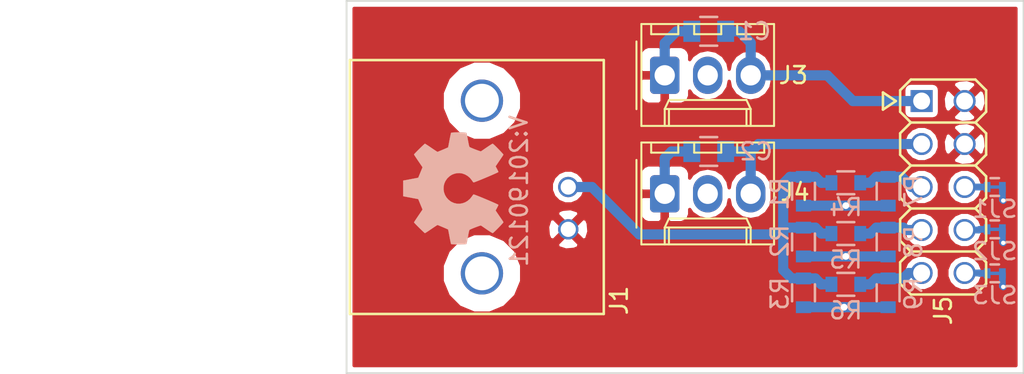
<source format=kicad_pcb>
(kicad_pcb (version 20171130) (host pcbnew 5.0.2-bee76a0~70~ubuntu18.04.1)

  (general
    (thickness 1.6)
    (drawings 4)
    (tracks 80)
    (zones 0)
    (modules 20)
    (nets 11)
  )

  (page A4)
  (layers
    (0 F.Cu signal)
    (31 B.Cu signal)
    (32 B.Adhes user)
    (33 F.Adhes user)
    (34 B.Paste user)
    (35 F.Paste user)
    (36 B.SilkS user)
    (37 F.SilkS user)
    (38 B.Mask user)
    (39 F.Mask user)
    (40 Dwgs.User user)
    (41 Cmts.User user)
    (42 Eco1.User user)
    (43 Eco2.User user)
    (44 Edge.Cuts user)
    (45 Margin user)
    (46 B.CrtYd user)
    (47 F.CrtYd user)
    (48 B.Fab user)
    (49 F.Fab user)
  )

  (setup
    (last_trace_width 0.1524)
    (user_trace_width 0.1524)
    (user_trace_width 0.2)
    (user_trace_width 0.3)
    (user_trace_width 0.4)
    (user_trace_width 0.6)
    (user_trace_width 1)
    (user_trace_width 1.5)
    (user_trace_width 2)
    (trace_clearance 0.1524)
    (zone_clearance 0.3)
    (zone_45_only no)
    (trace_min 0.1524)
    (segment_width 0.2)
    (edge_width 0.1)
    (via_size 0.381)
    (via_drill 0.254)
    (via_min_size 0.381)
    (via_min_drill 0.254)
    (user_via 0.4 0.254)
    (user_via 0.6 0.4)
    (user_via 0.8 0.6)
    (user_via 1 0.8)
    (user_via 1.3 1)
    (user_via 1.5 1.2)
    (user_via 1.7 1.4)
    (user_via 1.9 1.6)
    (uvia_size 0.381)
    (uvia_drill 0.254)
    (uvias_allowed no)
    (uvia_min_size 0.381)
    (uvia_min_drill 0.254)
    (pcb_text_width 0.3)
    (pcb_text_size 1.5 1.5)
    (mod_edge_width 0.15)
    (mod_text_size 1 1)
    (mod_text_width 0.15)
    (pad_size 2.5 2.5)
    (pad_drill 2)
    (pad_to_mask_clearance 0.1)
    (solder_mask_min_width 0.1)
    (aux_axis_origin 0 0)
    (visible_elements FFFFFF7F)
    (pcbplotparams
      (layerselection 0x010fc_ffffffff)
      (usegerberextensions true)
      (usegerberattributes false)
      (usegerberadvancedattributes false)
      (creategerberjobfile false)
      (excludeedgelayer true)
      (linewidth 0.100000)
      (plotframeref false)
      (viasonmask false)
      (mode 1)
      (useauxorigin false)
      (hpglpennumber 1)
      (hpglpenspeed 20)
      (hpglpendiameter 15.000000)
      (psnegative false)
      (psa4output false)
      (plotreference true)
      (plotvalue true)
      (plotinvisibletext false)
      (padsonsilk false)
      (subtractmaskfromsilk false)
      (outputformat 1)
      (mirror false)
      (drillshape 0)
      (scaleselection 1)
      (outputdirectory "OSH_Park_2_layer_plots"))
  )

  (net 0 "")
  (net 1 GND)
  (net 2 /POWER_0)
  (net 3 /POWER_1)
  (net 4 /SIGNAL_0)
  (net 5 /SIGNAL_1)
  (net 6 /SIGNAL_2)
  (net 7 /SIGNAL)
  (net 8 "Net-(J5-Pad6)")
  (net 9 "Net-(J5-Pad8)")
  (net 10 "Net-(J5-Pad10)")

  (net_class Default "This is the default net class."
    (clearance 0.1524)
    (trace_width 0.1524)
    (via_dia 0.381)
    (via_drill 0.254)
    (uvia_dia 0.381)
    (uvia_drill 0.254)
    (add_net /POWER_0)
    (add_net /POWER_1)
    (add_net /SIGNAL)
    (add_net /SIGNAL_0)
    (add_net /SIGNAL_1)
    (add_net /SIGNAL_2)
    (add_net GND)
    (add_net "Net-(J5-Pad10)")
    (add_net "Net-(J5-Pad6)")
    (add_net "Net-(J5-Pad8)")
  )

  (module Symbols:OSHW-Symbol_6.7x6mm_SilkScreen (layer B.Cu) (tedit 0) (tstamp 5A135134)
    (at 106.322036 111.073376 270)
    (descr "Open Source Hardware Symbol")
    (tags "Logo Symbol OSHW")
    (path /5A135869)
    (attr virtual)
    (fp_text reference N1 (at 0 0 270) (layer B.SilkS) hide
      (effects (font (size 1 1) (thickness 0.15)) (justify mirror))
    )
    (fp_text value OHWLOGO (at 0.75 0 270) (layer B.Fab) hide
      (effects (font (size 1 1) (thickness 0.15)) (justify mirror))
    )
    (fp_poly (pts (xy 0.555814 2.531069) (xy 0.639635 2.086445) (xy 0.94892 1.958947) (xy 1.258206 1.831449)
      (xy 1.629246 2.083754) (xy 1.733157 2.154004) (xy 1.827087 2.216728) (xy 1.906652 2.269062)
      (xy 1.96747 2.308143) (xy 2.005157 2.331107) (xy 2.015421 2.336058) (xy 2.03391 2.323324)
      (xy 2.07342 2.288118) (xy 2.129522 2.234938) (xy 2.197787 2.168282) (xy 2.273786 2.092646)
      (xy 2.353092 2.012528) (xy 2.431275 1.932426) (xy 2.503907 1.856836) (xy 2.566559 1.790255)
      (xy 2.614803 1.737182) (xy 2.64421 1.702113) (xy 2.651241 1.690377) (xy 2.641123 1.66874)
      (xy 2.612759 1.621338) (xy 2.569129 1.552807) (xy 2.513218 1.467785) (xy 2.448006 1.370907)
      (xy 2.410219 1.31565) (xy 2.341343 1.214752) (xy 2.28014 1.123701) (xy 2.229578 1.04703)
      (xy 2.192628 0.989272) (xy 2.172258 0.954957) (xy 2.169197 0.947746) (xy 2.176136 0.927252)
      (xy 2.195051 0.879487) (xy 2.223087 0.811168) (xy 2.257391 0.729011) (xy 2.295109 0.63973)
      (xy 2.333387 0.550042) (xy 2.36937 0.466662) (xy 2.400206 0.396306) (xy 2.423039 0.34569)
      (xy 2.435017 0.321529) (xy 2.435724 0.320578) (xy 2.454531 0.315964) (xy 2.504618 0.305672)
      (xy 2.580793 0.290713) (xy 2.677865 0.272099) (xy 2.790643 0.250841) (xy 2.856442 0.238582)
      (xy 2.97695 0.215638) (xy 3.085797 0.193805) (xy 3.177476 0.174278) (xy 3.246481 0.158252)
      (xy 3.287304 0.146921) (xy 3.295511 0.143326) (xy 3.303548 0.118994) (xy 3.310033 0.064041)
      (xy 3.31497 -0.015108) (xy 3.318364 -0.112026) (xy 3.320218 -0.220287) (xy 3.320538 -0.333465)
      (xy 3.319327 -0.445135) (xy 3.31659 -0.548868) (xy 3.312331 -0.638241) (xy 3.306555 -0.706826)
      (xy 3.299267 -0.748197) (xy 3.294895 -0.75681) (xy 3.268764 -0.767133) (xy 3.213393 -0.781892)
      (xy 3.136107 -0.799352) (xy 3.04423 -0.81778) (xy 3.012158 -0.823741) (xy 2.857524 -0.852066)
      (xy 2.735375 -0.874876) (xy 2.641673 -0.89308) (xy 2.572384 -0.907583) (xy 2.523471 -0.919292)
      (xy 2.490897 -0.929115) (xy 2.470628 -0.937956) (xy 2.458626 -0.946724) (xy 2.456947 -0.948457)
      (xy 2.440184 -0.976371) (xy 2.414614 -1.030695) (xy 2.382788 -1.104777) (xy 2.34726 -1.191965)
      (xy 2.310583 -1.285608) (xy 2.275311 -1.379052) (xy 2.243996 -1.465647) (xy 2.219193 -1.53874)
      (xy 2.203454 -1.591678) (xy 2.199332 -1.617811) (xy 2.199676 -1.618726) (xy 2.213641 -1.640086)
      (xy 2.245322 -1.687084) (xy 2.291391 -1.754827) (xy 2.348518 -1.838423) (xy 2.413373 -1.932982)
      (xy 2.431843 -1.959854) (xy 2.497699 -2.057275) (xy 2.55565 -2.146163) (xy 2.602538 -2.221412)
      (xy 2.635207 -2.27792) (xy 2.6505 -2.310581) (xy 2.651241 -2.314593) (xy 2.638392 -2.335684)
      (xy 2.602888 -2.377464) (xy 2.549293 -2.435445) (xy 2.482171 -2.505135) (xy 2.406087 -2.582045)
      (xy 2.325604 -2.661683) (xy 2.245287 -2.739561) (xy 2.169699 -2.811186) (xy 2.103405 -2.87207)
      (xy 2.050969 -2.917721) (xy 2.016955 -2.94365) (xy 2.007545 -2.947883) (xy 1.985643 -2.937912)
      (xy 1.9408 -2.91102) (xy 1.880321 -2.871736) (xy 1.833789 -2.840117) (xy 1.749475 -2.782098)
      (xy 1.649626 -2.713784) (xy 1.549473 -2.645579) (xy 1.495627 -2.609075) (xy 1.313371 -2.4858)
      (xy 1.160381 -2.56852) (xy 1.090682 -2.604759) (xy 1.031414 -2.632926) (xy 0.991311 -2.648991)
      (xy 0.981103 -2.651226) (xy 0.968829 -2.634722) (xy 0.944613 -2.588082) (xy 0.910263 -2.515609)
      (xy 0.867588 -2.421606) (xy 0.818394 -2.310374) (xy 0.76449 -2.186215) (xy 0.707684 -2.053432)
      (xy 0.649782 -1.916327) (xy 0.592593 -1.779202) (xy 0.537924 -1.646358) (xy 0.487584 -1.522098)
      (xy 0.44338 -1.410725) (xy 0.407119 -1.316539) (xy 0.380609 -1.243844) (xy 0.365658 -1.196941)
      (xy 0.363254 -1.180833) (xy 0.382311 -1.160286) (xy 0.424036 -1.126933) (xy 0.479706 -1.087702)
      (xy 0.484378 -1.084599) (xy 0.628264 -0.969423) (xy 0.744283 -0.835053) (xy 0.83143 -0.685784)
      (xy 0.888699 -0.525913) (xy 0.915086 -0.359737) (xy 0.909585 -0.191552) (xy 0.87119 -0.025655)
      (xy 0.798895 0.133658) (xy 0.777626 0.168513) (xy 0.666996 0.309263) (xy 0.536302 0.422286)
      (xy 0.390064 0.506997) (xy 0.232808 0.562806) (xy 0.069057 0.589126) (xy -0.096667 0.58537)
      (xy -0.259838 0.55095) (xy -0.415935 0.485277) (xy -0.560433 0.387765) (xy -0.605131 0.348187)
      (xy -0.718888 0.224297) (xy -0.801782 0.093876) (xy -0.858644 -0.052315) (xy -0.890313 -0.197088)
      (xy -0.898131 -0.35986) (xy -0.872062 -0.52344) (xy -0.814755 -0.682298) (xy -0.728856 -0.830906)
      (xy -0.617014 -0.963735) (xy -0.481877 -1.075256) (xy -0.464117 -1.087011) (xy -0.40785 -1.125508)
      (xy -0.365077 -1.158863) (xy -0.344628 -1.18016) (xy -0.344331 -1.180833) (xy -0.348721 -1.203871)
      (xy -0.366124 -1.256157) (xy -0.394732 -1.33339) (xy -0.432735 -1.431268) (xy -0.478326 -1.545491)
      (xy -0.529697 -1.671758) (xy -0.585038 -1.805767) (xy -0.642542 -1.943218) (xy -0.700399 -2.079808)
      (xy -0.756802 -2.211237) (xy -0.809942 -2.333205) (xy -0.85801 -2.441409) (xy -0.899199 -2.531549)
      (xy -0.931699 -2.599323) (xy -0.953703 -2.64043) (xy -0.962564 -2.651226) (xy -0.98964 -2.642819)
      (xy -1.040303 -2.620272) (xy -1.105817 -2.587613) (xy -1.141841 -2.56852) (xy -1.294832 -2.4858)
      (xy -1.477088 -2.609075) (xy -1.570125 -2.672228) (xy -1.671985 -2.741727) (xy -1.767438 -2.807165)
      (xy -1.81525 -2.840117) (xy -1.882495 -2.885273) (xy -1.939436 -2.921057) (xy -1.978646 -2.942938)
      (xy -1.991381 -2.947563) (xy -2.009917 -2.935085) (xy -2.050941 -2.900252) (xy -2.110475 -2.846678)
      (xy -2.184542 -2.777983) (xy -2.269165 -2.697781) (xy -2.322685 -2.646286) (xy -2.416319 -2.554286)
      (xy -2.497241 -2.471999) (xy -2.562177 -2.402945) (xy -2.607858 -2.350644) (xy -2.631011 -2.318616)
      (xy -2.633232 -2.312116) (xy -2.622924 -2.287394) (xy -2.594439 -2.237405) (xy -2.550937 -2.167212)
      (xy -2.495577 -2.081875) (xy -2.43152 -1.986456) (xy -2.413303 -1.959854) (xy -2.346927 -1.863167)
      (xy -2.287378 -1.776117) (xy -2.237984 -1.703595) (xy -2.202075 -1.650493) (xy -2.182981 -1.621703)
      (xy -2.181136 -1.618726) (xy -2.183895 -1.595782) (xy -2.198538 -1.545336) (xy -2.222513 -1.474041)
      (xy -2.253266 -1.388547) (xy -2.288244 -1.295507) (xy -2.324893 -1.201574) (xy -2.360661 -1.113399)
      (xy -2.392994 -1.037634) (xy -2.419338 -0.980931) (xy -2.437142 -0.949943) (xy -2.438407 -0.948457)
      (xy -2.449294 -0.939601) (xy -2.467682 -0.930843) (xy -2.497606 -0.921277) (xy -2.543103 -0.909996)
      (xy -2.608209 -0.896093) (xy -2.696961 -0.878663) (xy -2.813393 -0.856798) (xy -2.961542 -0.829591)
      (xy -2.993618 -0.823741) (xy -3.088686 -0.805374) (xy -3.171565 -0.787405) (xy -3.23493 -0.771569)
      (xy -3.271458 -0.7596) (xy -3.276356 -0.75681) (xy -3.284427 -0.732072) (xy -3.290987 -0.67679)
      (xy -3.296033 -0.597389) (xy -3.299559 -0.500296) (xy -3.301561 -0.391938) (xy -3.302036 -0.27874)
      (xy -3.300977 -0.167128) (xy -3.298382 -0.063529) (xy -3.294246 0.025632) (xy -3.288563 0.093928)
      (xy -3.281331 0.134934) (xy -3.276971 0.143326) (xy -3.252698 0.151792) (xy -3.197426 0.165565)
      (xy -3.116662 0.18345) (xy -3.015912 0.204252) (xy -2.900683 0.226777) (xy -2.837902 0.238582)
      (xy -2.718787 0.260849) (xy -2.612565 0.281021) (xy -2.524427 0.298085) (xy -2.459566 0.311031)
      (xy -2.423174 0.318845) (xy -2.417184 0.320578) (xy -2.407061 0.34011) (xy -2.385662 0.387157)
      (xy -2.355839 0.454997) (xy -2.320445 0.536909) (xy -2.282332 0.626172) (xy -2.244353 0.716065)
      (xy -2.20936 0.799865) (xy -2.180206 0.870853) (xy -2.159743 0.922306) (xy -2.150823 0.947503)
      (xy -2.150657 0.948604) (xy -2.160769 0.968481) (xy -2.189117 1.014223) (xy -2.232723 1.081283)
      (xy -2.288606 1.165116) (xy -2.353787 1.261174) (xy -2.391679 1.31635) (xy -2.460725 1.417519)
      (xy -2.52205 1.50937) (xy -2.572663 1.587256) (xy -2.609571 1.646531) (xy -2.629782 1.682549)
      (xy -2.632701 1.690623) (xy -2.620153 1.709416) (xy -2.585463 1.749543) (xy -2.533063 1.806507)
      (xy -2.467384 1.875815) (xy -2.392856 1.952969) (xy -2.313913 2.033475) (xy -2.234983 2.112837)
      (xy -2.1605 2.18656) (xy -2.094894 2.250148) (xy -2.042596 2.299106) (xy -2.008039 2.328939)
      (xy -1.996478 2.336058) (xy -1.977654 2.326047) (xy -1.932631 2.297922) (xy -1.865787 2.254546)
      (xy -1.781499 2.198782) (xy -1.684144 2.133494) (xy -1.610707 2.083754) (xy -1.239667 1.831449)
      (xy -0.621095 2.086445) (xy -0.537275 2.531069) (xy -0.453454 2.975693) (xy 0.471994 2.975693)
      (xy 0.555814 2.531069)) (layer B.SilkS) (width 0.01))
  )

  (module SquantorLabels:Label_version (layer F.Cu) (tedit 5B5A1E49) (tstamp 5B96DD88)
    (at 110.1 112.3 270)
    (path /5A1357A5)
    (fp_text reference N2 (at 0 1.4 270) (layer F.Fab) hide
      (effects (font (size 1 1) (thickness 0.15)))
    )
    (fp_text value 20190121 (at -0.4 -0.1 270) (layer B.SilkS)
      (effects (font (size 1 1) (thickness 0.15)) (justify mirror))
    )
    (fp_text user V: (at -4.873376 -0.077964 270) (layer B.SilkS)
      (effects (font (size 1 1) (thickness 0.15)) (justify mirror))
    )
  )

  (module SquantorRcl:C_0805 (layer B.Cu) (tedit 5415D6EA) (tstamp 5C27A1E0)
    (at 121.4 101.8 180)
    (descr "Capacitor SMD 0805, reflow soldering, AVX (see smccp.pdf)")
    (tags "capacitor 0805")
    (path /5C14F5BC)
    (attr smd)
    (fp_text reference C1 (at -2.7 0 180) (layer B.SilkS)
      (effects (font (size 1 1) (thickness 0.15)) (justify mirror))
    )
    (fp_text value C (at 0 -2.1 180) (layer B.Fab)
      (effects (font (size 1 1) (thickness 0.15)) (justify mirror))
    )
    (fp_line (start -0.5 -0.85) (end 0.5 -0.85) (layer B.SilkS) (width 0.15))
    (fp_line (start 0.5 0.85) (end -0.5 0.85) (layer B.SilkS) (width 0.15))
    (fp_line (start 1.8 1) (end 1.8 -1) (layer B.CrtYd) (width 0.05))
    (fp_line (start -1.8 1) (end -1.8 -1) (layer B.CrtYd) (width 0.05))
    (fp_line (start -1.8 -1) (end 1.8 -1) (layer B.CrtYd) (width 0.05))
    (fp_line (start -1.8 1) (end 1.8 1) (layer B.CrtYd) (width 0.05))
    (fp_line (start -1 0.625) (end 1 0.625) (layer B.Fab) (width 0.15))
    (fp_line (start 1 0.625) (end 1 -0.625) (layer B.Fab) (width 0.15))
    (fp_line (start 1 -0.625) (end -1 -0.625) (layer B.Fab) (width 0.15))
    (fp_line (start -1 -0.625) (end -1 0.625) (layer B.Fab) (width 0.15))
    (pad 2 smd rect (at 1 0 180) (size 1 1.25) (layers B.Cu B.Paste B.Mask)
      (net 1 GND))
    (pad 1 smd rect (at -1 0 180) (size 1 1.25) (layers B.Cu B.Paste B.Mask)
      (net 2 /POWER_0))
    (model Capacitors_SMD.3dshapes/C_0805.wrl
      (at (xyz 0 0 0))
      (scale (xyz 1 1 1))
      (rotate (xyz 0 0 0))
    )
  )

  (module SquantorRcl:C_0805 (layer B.Cu) (tedit 5415D6EA) (tstamp 5C27A1F0)
    (at 121.4 108.9 180)
    (descr "Capacitor SMD 0805, reflow soldering, AVX (see smccp.pdf)")
    (tags "capacitor 0805")
    (path /5C14F6B5)
    (attr smd)
    (fp_text reference C2 (at -2.8 0 180) (layer B.SilkS)
      (effects (font (size 1 1) (thickness 0.15)) (justify mirror))
    )
    (fp_text value C (at 0 -2.1 180) (layer B.Fab)
      (effects (font (size 1 1) (thickness 0.15)) (justify mirror))
    )
    (fp_line (start -1 -0.625) (end -1 0.625) (layer B.Fab) (width 0.15))
    (fp_line (start 1 -0.625) (end -1 -0.625) (layer B.Fab) (width 0.15))
    (fp_line (start 1 0.625) (end 1 -0.625) (layer B.Fab) (width 0.15))
    (fp_line (start -1 0.625) (end 1 0.625) (layer B.Fab) (width 0.15))
    (fp_line (start -1.8 1) (end 1.8 1) (layer B.CrtYd) (width 0.05))
    (fp_line (start -1.8 -1) (end 1.8 -1) (layer B.CrtYd) (width 0.05))
    (fp_line (start -1.8 1) (end -1.8 -1) (layer B.CrtYd) (width 0.05))
    (fp_line (start 1.8 1) (end 1.8 -1) (layer B.CrtYd) (width 0.05))
    (fp_line (start 0.5 0.85) (end -0.5 0.85) (layer B.SilkS) (width 0.15))
    (fp_line (start -0.5 -0.85) (end 0.5 -0.85) (layer B.SilkS) (width 0.15))
    (pad 1 smd rect (at -1 0 180) (size 1 1.25) (layers B.Cu B.Paste B.Mask)
      (net 3 /POWER_1))
    (pad 2 smd rect (at 1 0 180) (size 1 1.25) (layers B.Cu B.Paste B.Mask)
      (net 1 GND))
    (model Capacitors_SMD.3dshapes/C_0805.wrl
      (at (xyz 0 0 0))
      (scale (xyz 1 1 1))
      (rotate (xyz 0 0 0))
    )
  )

  (module Connector_Molex:Molex_KK-254_AE-6410-03A_1x03_P2.54mm_Vertical (layer F.Cu) (tedit 5B78013E) (tstamp 5C27A218)
    (at 118.8 104.4)
    (descr "Molex KK-254 Interconnect System, old/engineering part number: AE-6410-03A example for new part number: 22-27-2031, 3 Pins (http://www.molex.com/pdm_docs/sd/022272021_sd.pdf), generated with kicad-footprint-generator")
    (tags "connector Molex KK-254 side entry")
    (path /5C14DEA6)
    (fp_text reference J3 (at 7.6 0) (layer F.SilkS)
      (effects (font (size 1 1) (thickness 0.15)))
    )
    (fp_text value Conn_01x03 (at 2.5 2.2) (layer F.Fab)
      (effects (font (size 1 1) (thickness 0.15)))
    )
    (fp_text user %R (at 2.54 -2.22) (layer F.Fab)
      (effects (font (size 1 1) (thickness 0.15)))
    )
    (fp_line (start 6.85 -3.42) (end -1.77 -3.42) (layer F.CrtYd) (width 0.05))
    (fp_line (start 6.85 3.38) (end 6.85 -3.42) (layer F.CrtYd) (width 0.05))
    (fp_line (start -1.77 3.38) (end 6.85 3.38) (layer F.CrtYd) (width 0.05))
    (fp_line (start -1.77 -3.42) (end -1.77 3.38) (layer F.CrtYd) (width 0.05))
    (fp_line (start 5.88 -2.43) (end 5.88 -3.03) (layer F.SilkS) (width 0.12))
    (fp_line (start 4.28 -2.43) (end 5.88 -2.43) (layer F.SilkS) (width 0.12))
    (fp_line (start 4.28 -3.03) (end 4.28 -2.43) (layer F.SilkS) (width 0.12))
    (fp_line (start 3.34 -2.43) (end 3.34 -3.03) (layer F.SilkS) (width 0.12))
    (fp_line (start 1.74 -2.43) (end 3.34 -2.43) (layer F.SilkS) (width 0.12))
    (fp_line (start 1.74 -3.03) (end 1.74 -2.43) (layer F.SilkS) (width 0.12))
    (fp_line (start 0.8 -2.43) (end 0.8 -3.03) (layer F.SilkS) (width 0.12))
    (fp_line (start -0.8 -2.43) (end 0.8 -2.43) (layer F.SilkS) (width 0.12))
    (fp_line (start -0.8 -3.03) (end -0.8 -2.43) (layer F.SilkS) (width 0.12))
    (fp_line (start 4.83 2.99) (end 4.83 1.99) (layer F.SilkS) (width 0.12))
    (fp_line (start 0.25 2.99) (end 0.25 1.99) (layer F.SilkS) (width 0.12))
    (fp_line (start 4.83 1.46) (end 5.08 1.99) (layer F.SilkS) (width 0.12))
    (fp_line (start 0.25 1.46) (end 4.83 1.46) (layer F.SilkS) (width 0.12))
    (fp_line (start 0 1.99) (end 0.25 1.46) (layer F.SilkS) (width 0.12))
    (fp_line (start 5.08 1.99) (end 5.08 2.99) (layer F.SilkS) (width 0.12))
    (fp_line (start 0 1.99) (end 5.08 1.99) (layer F.SilkS) (width 0.12))
    (fp_line (start 0 2.99) (end 0 1.99) (layer F.SilkS) (width 0.12))
    (fp_line (start -0.562893 0) (end -1.27 0.5) (layer F.Fab) (width 0.1))
    (fp_line (start -1.27 -0.5) (end -0.562893 0) (layer F.Fab) (width 0.1))
    (fp_line (start -1.67 -2) (end -1.67 2) (layer F.SilkS) (width 0.12))
    (fp_line (start 6.46 -3.03) (end -1.38 -3.03) (layer F.SilkS) (width 0.12))
    (fp_line (start 6.46 2.99) (end 6.46 -3.03) (layer F.SilkS) (width 0.12))
    (fp_line (start -1.38 2.99) (end 6.46 2.99) (layer F.SilkS) (width 0.12))
    (fp_line (start -1.38 -3.03) (end -1.38 2.99) (layer F.SilkS) (width 0.12))
    (fp_line (start 6.35 -2.92) (end -1.27 -2.92) (layer F.Fab) (width 0.1))
    (fp_line (start 6.35 2.88) (end 6.35 -2.92) (layer F.Fab) (width 0.1))
    (fp_line (start -1.27 2.88) (end 6.35 2.88) (layer F.Fab) (width 0.1))
    (fp_line (start -1.27 -2.92) (end -1.27 2.88) (layer F.Fab) (width 0.1))
    (pad 3 thru_hole oval (at 5.08 0) (size 1.74 2.2) (drill 1.2) (layers *.Cu *.Mask)
      (net 2 /POWER_0))
    (pad 2 thru_hole oval (at 2.54 0) (size 1.74 2.2) (drill 1.2) (layers *.Cu *.Mask))
    (pad 1 thru_hole roundrect (at 0 0) (size 1.74 2.2) (drill 1.2) (layers *.Cu *.Mask) (roundrect_rratio 0.143678)
      (net 1 GND))
    (model ${KISYS3DMOD}/Connector_Molex.3dshapes/Molex_KK-254_AE-6410-03A_1x03_P2.54mm_Vertical.wrl
      (at (xyz 0 0 0))
      (scale (xyz 1 1 1))
      (rotate (xyz 0 0 0))
    )
  )

  (module Connector_Molex:Molex_KK-254_AE-6410-03A_1x03_P2.54mm_Vertical (layer F.Cu) (tedit 5B78013E) (tstamp 5C27A240)
    (at 118.8 111.4)
    (descr "Molex KK-254 Interconnect System, old/engineering part number: AE-6410-03A example for new part number: 22-27-2031, 3 Pins (http://www.molex.com/pdm_docs/sd/022272021_sd.pdf), generated with kicad-footprint-generator")
    (tags "connector Molex KK-254 side entry")
    (path /5C14DF05)
    (fp_text reference J4 (at 7.7 -0.1) (layer F.SilkS)
      (effects (font (size 1 1) (thickness 0.15)))
    )
    (fp_text value Conn_01x03 (at 2.5 2.1) (layer F.Fab)
      (effects (font (size 1 1) (thickness 0.15)))
    )
    (fp_line (start -1.27 -2.92) (end -1.27 2.88) (layer F.Fab) (width 0.1))
    (fp_line (start -1.27 2.88) (end 6.35 2.88) (layer F.Fab) (width 0.1))
    (fp_line (start 6.35 2.88) (end 6.35 -2.92) (layer F.Fab) (width 0.1))
    (fp_line (start 6.35 -2.92) (end -1.27 -2.92) (layer F.Fab) (width 0.1))
    (fp_line (start -1.38 -3.03) (end -1.38 2.99) (layer F.SilkS) (width 0.12))
    (fp_line (start -1.38 2.99) (end 6.46 2.99) (layer F.SilkS) (width 0.12))
    (fp_line (start 6.46 2.99) (end 6.46 -3.03) (layer F.SilkS) (width 0.12))
    (fp_line (start 6.46 -3.03) (end -1.38 -3.03) (layer F.SilkS) (width 0.12))
    (fp_line (start -1.67 -2) (end -1.67 2) (layer F.SilkS) (width 0.12))
    (fp_line (start -1.27 -0.5) (end -0.562893 0) (layer F.Fab) (width 0.1))
    (fp_line (start -0.562893 0) (end -1.27 0.5) (layer F.Fab) (width 0.1))
    (fp_line (start 0 2.99) (end 0 1.99) (layer F.SilkS) (width 0.12))
    (fp_line (start 0 1.99) (end 5.08 1.99) (layer F.SilkS) (width 0.12))
    (fp_line (start 5.08 1.99) (end 5.08 2.99) (layer F.SilkS) (width 0.12))
    (fp_line (start 0 1.99) (end 0.25 1.46) (layer F.SilkS) (width 0.12))
    (fp_line (start 0.25 1.46) (end 4.83 1.46) (layer F.SilkS) (width 0.12))
    (fp_line (start 4.83 1.46) (end 5.08 1.99) (layer F.SilkS) (width 0.12))
    (fp_line (start 0.25 2.99) (end 0.25 1.99) (layer F.SilkS) (width 0.12))
    (fp_line (start 4.83 2.99) (end 4.83 1.99) (layer F.SilkS) (width 0.12))
    (fp_line (start -0.8 -3.03) (end -0.8 -2.43) (layer F.SilkS) (width 0.12))
    (fp_line (start -0.8 -2.43) (end 0.8 -2.43) (layer F.SilkS) (width 0.12))
    (fp_line (start 0.8 -2.43) (end 0.8 -3.03) (layer F.SilkS) (width 0.12))
    (fp_line (start 1.74 -3.03) (end 1.74 -2.43) (layer F.SilkS) (width 0.12))
    (fp_line (start 1.74 -2.43) (end 3.34 -2.43) (layer F.SilkS) (width 0.12))
    (fp_line (start 3.34 -2.43) (end 3.34 -3.03) (layer F.SilkS) (width 0.12))
    (fp_line (start 4.28 -3.03) (end 4.28 -2.43) (layer F.SilkS) (width 0.12))
    (fp_line (start 4.28 -2.43) (end 5.88 -2.43) (layer F.SilkS) (width 0.12))
    (fp_line (start 5.88 -2.43) (end 5.88 -3.03) (layer F.SilkS) (width 0.12))
    (fp_line (start -1.77 -3.42) (end -1.77 3.38) (layer F.CrtYd) (width 0.05))
    (fp_line (start -1.77 3.38) (end 6.85 3.38) (layer F.CrtYd) (width 0.05))
    (fp_line (start 6.85 3.38) (end 6.85 -3.42) (layer F.CrtYd) (width 0.05))
    (fp_line (start 6.85 -3.42) (end -1.77 -3.42) (layer F.CrtYd) (width 0.05))
    (fp_text user %R (at 2.54 -2.22) (layer F.Fab)
      (effects (font (size 1 1) (thickness 0.15)))
    )
    (pad 1 thru_hole roundrect (at 0 0) (size 1.74 2.2) (drill 1.2) (layers *.Cu *.Mask) (roundrect_rratio 0.143678)
      (net 1 GND))
    (pad 2 thru_hole oval (at 2.54 0) (size 1.74 2.2) (drill 1.2) (layers *.Cu *.Mask))
    (pad 3 thru_hole oval (at 5.08 0) (size 1.74 2.2) (drill 1.2) (layers *.Cu *.Mask)
      (net 3 /POWER_1))
    (model ${KISYS3DMOD}/Connector_Molex.3dshapes/Molex_KK-254_AE-6410-03A_1x03_P2.54mm_Vertical.wrl
      (at (xyz 0 0 0))
      (scale (xyz 1 1 1))
      (rotate (xyz 0 0 0))
    )
  )

  (module SquantorConnectors:Header-0254-2X05-H010 (layer F.Cu) (tedit 5C18182C) (tstamp 5C24DDCB)
    (at 135.25 111 270)
    (descr "PIN HEADER")
    (tags "PIN HEADER")
    (path /5C14E46A)
    (attr virtual)
    (fp_text reference J5 (at 7.3 0 270) (layer F.SilkS)
      (effects (font (size 1 1) (thickness 0.15)))
    )
    (fp_text value Conn_02x05_Odd_Even (at 0 -5.45 270) (layer F.Fab) hide
      (effects (font (size 1 1) (thickness 0.15)))
    )
    (fp_line (start -6.35 1.905) (end -5.715 2.54) (layer F.SilkS) (width 0.15))
    (fp_line (start -4.445 2.54) (end -3.81 1.905) (layer F.SilkS) (width 0.15))
    (fp_line (start -3.81 1.905) (end -3.175 2.54) (layer F.SilkS) (width 0.15))
    (fp_line (start -1.905 2.54) (end -1.27 1.905) (layer F.SilkS) (width 0.15))
    (fp_line (start -1.27 1.905) (end -0.635 2.54) (layer F.SilkS) (width 0.15))
    (fp_line (start 0.635 2.54) (end 1.27 1.905) (layer F.SilkS) (width 0.15))
    (fp_line (start 1.27 1.905) (end 1.905 2.54) (layer F.SilkS) (width 0.15))
    (fp_line (start 3.175 2.54) (end 3.81 1.905) (layer F.SilkS) (width 0.15))
    (fp_line (start 3.81 1.905) (end 4.445 2.54) (layer F.SilkS) (width 0.15))
    (fp_line (start 5.715 2.54) (end 6.35 1.905) (layer F.SilkS) (width 0.15))
    (fp_line (start -6.35 1.905) (end -6.35 -1.905) (layer F.SilkS) (width 0.15))
    (fp_line (start -6.35 -1.905) (end -5.715 -2.54) (layer F.SilkS) (width 0.15))
    (fp_line (start -5.715 -2.54) (end -4.445 -2.54) (layer F.SilkS) (width 0.15))
    (fp_line (start -4.445 -2.54) (end -3.81 -1.905) (layer F.SilkS) (width 0.15))
    (fp_line (start -3.81 -1.905) (end -3.175 -2.54) (layer F.SilkS) (width 0.15))
    (fp_line (start -3.175 -2.54) (end -1.905 -2.54) (layer F.SilkS) (width 0.15))
    (fp_line (start -1.905 -2.54) (end -1.27 -1.905) (layer F.SilkS) (width 0.15))
    (fp_line (start -1.27 -1.905) (end -0.635 -2.54) (layer F.SilkS) (width 0.15))
    (fp_line (start -0.635 -2.54) (end 0.635 -2.54) (layer F.SilkS) (width 0.15))
    (fp_line (start 0.635 -2.54) (end 1.27 -1.905) (layer F.SilkS) (width 0.15))
    (fp_line (start 1.27 -1.905) (end 1.905 -2.54) (layer F.SilkS) (width 0.15))
    (fp_line (start 1.905 -2.54) (end 3.175 -2.54) (layer F.SilkS) (width 0.15))
    (fp_line (start 3.175 -2.54) (end 3.81 -1.905) (layer F.SilkS) (width 0.15))
    (fp_line (start 3.81 -1.905) (end 4.445 -2.54) (layer F.SilkS) (width 0.15))
    (fp_line (start 4.445 -2.54) (end 5.715 -2.54) (layer F.SilkS) (width 0.15))
    (fp_line (start 5.715 -2.54) (end 6.35 -1.905) (layer F.SilkS) (width 0.15))
    (fp_line (start -3.81 -1.905) (end -3.81 1.905) (layer F.SilkS) (width 0.15))
    (fp_line (start -1.27 -1.905) (end -1.27 1.905) (layer F.SilkS) (width 0.15))
    (fp_line (start 1.27 -1.905) (end 1.27 1.905) (layer F.SilkS) (width 0.15))
    (fp_line (start 3.81 -1.905) (end 3.81 1.905) (layer F.SilkS) (width 0.15))
    (fp_line (start 6.35 -1.905) (end 6.35 1.905) (layer F.SilkS) (width 0.15))
    (fp_line (start 4.445 2.54) (end 5.715 2.54) (layer F.SilkS) (width 0.15))
    (fp_line (start 1.905 2.54) (end 3.175 2.54) (layer F.SilkS) (width 0.15))
    (fp_line (start -0.635 2.54) (end 0.635 2.54) (layer F.SilkS) (width 0.15))
    (fp_line (start -3.175 2.54) (end -1.905 2.54) (layer F.SilkS) (width 0.15))
    (fp_line (start -5.715 2.54) (end -4.445 2.54) (layer F.SilkS) (width 0.15))
    (fp_line (start -5.08 2.794) (end -5.588 3.556) (layer F.SilkS) (width 0.15))
    (fp_line (start -5.588 3.556) (end -4.572 3.556) (layer F.SilkS) (width 0.15))
    (fp_line (start -4.572 3.556) (end -5.08 2.794) (layer F.SilkS) (width 0.15))
    (pad 1 thru_hole rect (at -5.08 1.27 270) (size 1.3 1.3) (drill 1) (layers *.Cu *.Mask)
      (net 2 /POWER_0))
    (pad 2 thru_hole circle (at -5.08 -1.27 270) (size 1.3 1.3) (drill 1) (layers *.Cu *.Mask)
      (net 1 GND))
    (pad 3 thru_hole circle (at -2.54 1.27 270) (size 1.3 1.3) (drill 1) (layers *.Cu *.Mask)
      (net 3 /POWER_1))
    (pad 4 thru_hole circle (at -2.54 -1.27 270) (size 1.3 1.3) (drill 1) (layers *.Cu *.Mask)
      (net 1 GND))
    (pad 5 thru_hole circle (at 0 1.27 270) (size 1.3 1.3) (drill 1) (layers *.Cu *.Mask)
      (net 4 /SIGNAL_0))
    (pad 6 thru_hole circle (at 0 -1.27 270) (size 1.3 1.3) (drill 1) (layers *.Cu *.Mask)
      (net 8 "Net-(J5-Pad6)"))
    (pad 7 thru_hole circle (at 2.54 1.27 270) (size 1.3 1.3) (drill 1) (layers *.Cu *.Mask)
      (net 5 /SIGNAL_1))
    (pad 8 thru_hole circle (at 2.54 -1.27 270) (size 1.3 1.3) (drill 1) (layers *.Cu *.Mask)
      (net 9 "Net-(J5-Pad8)"))
    (pad 9 thru_hole circle (at 5.08 1.27 270) (size 1.3 1.3) (drill 1) (layers *.Cu *.Mask)
      (net 6 /SIGNAL_2))
    (pad 10 thru_hole circle (at 5.08 -1.27 270) (size 1.3 1.3) (drill 1) (layers *.Cu *.Mask)
      (net 10 "Net-(J5-Pad10)"))
  )

  (module SquantorRcl:R_0603_hand (layer B.Cu) (tedit 587552B0) (tstamp 5C27A285)
    (at 127 111.25 90)
    (descr "Resistor SMD 0603, reflow soldering, Vishay (see dcrcw.pdf)")
    (tags "resistor 0603")
    (path /5C151B2F)
    (attr smd)
    (fp_text reference R1 (at -0.15 -1.4 90) (layer B.SilkS)
      (effects (font (size 1 1) (thickness 0.15)) (justify mirror))
    )
    (fp_text value R (at 0 -1.4 90) (layer B.Fab)
      (effects (font (size 1 1) (thickness 0.15)) (justify mirror))
    )
    (fp_line (start -0.8 -0.4) (end -0.8 0.4) (layer B.Fab) (width 0.1))
    (fp_line (start 0.8 -0.4) (end -0.8 -0.4) (layer B.Fab) (width 0.1))
    (fp_line (start 0.8 0.4) (end 0.8 -0.4) (layer B.Fab) (width 0.1))
    (fp_line (start -0.8 0.4) (end 0.8 0.4) (layer B.Fab) (width 0.1))
    (fp_line (start -1.5 0.8) (end 1.5 0.8) (layer B.CrtYd) (width 0.05))
    (fp_line (start -1.5 -0.8) (end 1.5 -0.8) (layer B.CrtYd) (width 0.05))
    (fp_line (start -1.5 0.8) (end -1.5 -0.8) (layer B.CrtYd) (width 0.05))
    (fp_line (start 1.5 0.8) (end 1.5 -0.8) (layer B.CrtYd) (width 0.05))
    (fp_line (start 0.5 -0.675) (end -0.5 -0.675) (layer B.SilkS) (width 0.15))
    (fp_line (start -0.5 0.675) (end 0.5 0.675) (layer B.SilkS) (width 0.15))
    (pad 1 smd rect (at -0.85 0 90) (size 0.7 0.9) (layers B.Cu B.Paste B.Mask)
      (net 1 GND))
    (pad 2 smd rect (at 0.85 0 90) (size 0.7 0.9) (layers B.Cu B.Paste B.Mask)
      (net 7 /SIGNAL))
    (model Resistors_SMD.3dshapes/R_0603.wrl
      (at (xyz 0 0 0))
      (scale (xyz 1 1 1))
      (rotate (xyz 0 0 0))
    )
  )

  (module SquantorRcl:R_0603_hand (layer B.Cu) (tedit 587552B0) (tstamp 5C27A295)
    (at 127 114.25 90)
    (descr "Resistor SMD 0603, reflow soldering, Vishay (see dcrcw.pdf)")
    (tags "resistor 0603")
    (path /5C1541B6)
    (attr smd)
    (fp_text reference R2 (at 0.05 -1.4 90) (layer B.SilkS)
      (effects (font (size 1 1) (thickness 0.15)) (justify mirror))
    )
    (fp_text value R (at 0.05 -1.4 90) (layer B.Fab)
      (effects (font (size 1 1) (thickness 0.15)) (justify mirror))
    )
    (fp_line (start -0.5 0.675) (end 0.5 0.675) (layer B.SilkS) (width 0.15))
    (fp_line (start 0.5 -0.675) (end -0.5 -0.675) (layer B.SilkS) (width 0.15))
    (fp_line (start 1.5 0.8) (end 1.5 -0.8) (layer B.CrtYd) (width 0.05))
    (fp_line (start -1.5 0.8) (end -1.5 -0.8) (layer B.CrtYd) (width 0.05))
    (fp_line (start -1.5 -0.8) (end 1.5 -0.8) (layer B.CrtYd) (width 0.05))
    (fp_line (start -1.5 0.8) (end 1.5 0.8) (layer B.CrtYd) (width 0.05))
    (fp_line (start -0.8 0.4) (end 0.8 0.4) (layer B.Fab) (width 0.1))
    (fp_line (start 0.8 0.4) (end 0.8 -0.4) (layer B.Fab) (width 0.1))
    (fp_line (start 0.8 -0.4) (end -0.8 -0.4) (layer B.Fab) (width 0.1))
    (fp_line (start -0.8 -0.4) (end -0.8 0.4) (layer B.Fab) (width 0.1))
    (pad 2 smd rect (at 0.85 0 90) (size 0.7 0.9) (layers B.Cu B.Paste B.Mask)
      (net 7 /SIGNAL))
    (pad 1 smd rect (at -0.85 0 90) (size 0.7 0.9) (layers B.Cu B.Paste B.Mask)
      (net 1 GND))
    (model Resistors_SMD.3dshapes/R_0603.wrl
      (at (xyz 0 0 0))
      (scale (xyz 1 1 1))
      (rotate (xyz 0 0 0))
    )
  )

  (module SquantorRcl:R_0603_hand (layer B.Cu) (tedit 587552B0) (tstamp 5C27A2A5)
    (at 127 117.25 90)
    (descr "Resistor SMD 0603, reflow soldering, Vishay (see dcrcw.pdf)")
    (tags "resistor 0603")
    (path /5C155F0D)
    (attr smd)
    (fp_text reference R3 (at -0.05 -1.4 90) (layer B.SilkS)
      (effects (font (size 1 1) (thickness 0.15)) (justify mirror))
    )
    (fp_text value R (at -0.05 -1.4 90) (layer B.Fab)
      (effects (font (size 1 1) (thickness 0.15)) (justify mirror))
    )
    (fp_line (start -0.8 -0.4) (end -0.8 0.4) (layer B.Fab) (width 0.1))
    (fp_line (start 0.8 -0.4) (end -0.8 -0.4) (layer B.Fab) (width 0.1))
    (fp_line (start 0.8 0.4) (end 0.8 -0.4) (layer B.Fab) (width 0.1))
    (fp_line (start -0.8 0.4) (end 0.8 0.4) (layer B.Fab) (width 0.1))
    (fp_line (start -1.5 0.8) (end 1.5 0.8) (layer B.CrtYd) (width 0.05))
    (fp_line (start -1.5 -0.8) (end 1.5 -0.8) (layer B.CrtYd) (width 0.05))
    (fp_line (start -1.5 0.8) (end -1.5 -0.8) (layer B.CrtYd) (width 0.05))
    (fp_line (start 1.5 0.8) (end 1.5 -0.8) (layer B.CrtYd) (width 0.05))
    (fp_line (start 0.5 -0.675) (end -0.5 -0.675) (layer B.SilkS) (width 0.15))
    (fp_line (start -0.5 0.675) (end 0.5 0.675) (layer B.SilkS) (width 0.15))
    (pad 1 smd rect (at -0.85 0 90) (size 0.7 0.9) (layers B.Cu B.Paste B.Mask)
      (net 1 GND))
    (pad 2 smd rect (at 0.85 0 90) (size 0.7 0.9) (layers B.Cu B.Paste B.Mask)
      (net 7 /SIGNAL))
    (model Resistors_SMD.3dshapes/R_0603.wrl
      (at (xyz 0 0 0))
      (scale (xyz 1 1 1))
      (rotate (xyz 0 0 0))
    )
  )

  (module SquantorRcl:R_0603_hand (layer B.Cu) (tedit 587552B0) (tstamp 5C27A2B5)
    (at 129.5 110.75 180)
    (descr "Resistor SMD 0603, reflow soldering, Vishay (see dcrcw.pdf)")
    (tags "resistor 0603")
    (path /5C1519E0)
    (attr smd)
    (fp_text reference R4 (at 0 -1.45 180) (layer B.SilkS)
      (effects (font (size 1 1) (thickness 0.15)) (justify mirror))
    )
    (fp_text value R (at 0 -1.9 180) (layer B.Fab)
      (effects (font (size 1 1) (thickness 0.15)) (justify mirror))
    )
    (fp_line (start -0.8 -0.4) (end -0.8 0.4) (layer B.Fab) (width 0.1))
    (fp_line (start 0.8 -0.4) (end -0.8 -0.4) (layer B.Fab) (width 0.1))
    (fp_line (start 0.8 0.4) (end 0.8 -0.4) (layer B.Fab) (width 0.1))
    (fp_line (start -0.8 0.4) (end 0.8 0.4) (layer B.Fab) (width 0.1))
    (fp_line (start -1.5 0.8) (end 1.5 0.8) (layer B.CrtYd) (width 0.05))
    (fp_line (start -1.5 -0.8) (end 1.5 -0.8) (layer B.CrtYd) (width 0.05))
    (fp_line (start -1.5 0.8) (end -1.5 -0.8) (layer B.CrtYd) (width 0.05))
    (fp_line (start 1.5 0.8) (end 1.5 -0.8) (layer B.CrtYd) (width 0.05))
    (fp_line (start 0.5 -0.675) (end -0.5 -0.675) (layer B.SilkS) (width 0.15))
    (fp_line (start -0.5 0.675) (end 0.5 0.675) (layer B.SilkS) (width 0.15))
    (pad 1 smd rect (at -0.85 0 180) (size 0.7 0.9) (layers B.Cu B.Paste B.Mask)
      (net 4 /SIGNAL_0))
    (pad 2 smd rect (at 0.85 0 180) (size 0.7 0.9) (layers B.Cu B.Paste B.Mask)
      (net 7 /SIGNAL))
    (model Resistors_SMD.3dshapes/R_0603.wrl
      (at (xyz 0 0 0))
      (scale (xyz 1 1 1))
      (rotate (xyz 0 0 0))
    )
  )

  (module SquantorRcl:R_0603_hand (layer B.Cu) (tedit 587552B0) (tstamp 5C27A2C5)
    (at 129.5 113.75 180)
    (descr "Resistor SMD 0603, reflow soldering, Vishay (see dcrcw.pdf)")
    (tags "resistor 0603")
    (path /5C1541A8)
    (attr smd)
    (fp_text reference R5 (at 0 -1.55 180) (layer B.SilkS)
      (effects (font (size 1 1) (thickness 0.15)) (justify mirror))
    )
    (fp_text value R (at 0 -1.55 180) (layer B.Fab)
      (effects (font (size 1 1) (thickness 0.15)) (justify mirror))
    )
    (fp_line (start -0.5 0.675) (end 0.5 0.675) (layer B.SilkS) (width 0.15))
    (fp_line (start 0.5 -0.675) (end -0.5 -0.675) (layer B.SilkS) (width 0.15))
    (fp_line (start 1.5 0.8) (end 1.5 -0.8) (layer B.CrtYd) (width 0.05))
    (fp_line (start -1.5 0.8) (end -1.5 -0.8) (layer B.CrtYd) (width 0.05))
    (fp_line (start -1.5 -0.8) (end 1.5 -0.8) (layer B.CrtYd) (width 0.05))
    (fp_line (start -1.5 0.8) (end 1.5 0.8) (layer B.CrtYd) (width 0.05))
    (fp_line (start -0.8 0.4) (end 0.8 0.4) (layer B.Fab) (width 0.1))
    (fp_line (start 0.8 0.4) (end 0.8 -0.4) (layer B.Fab) (width 0.1))
    (fp_line (start 0.8 -0.4) (end -0.8 -0.4) (layer B.Fab) (width 0.1))
    (fp_line (start -0.8 -0.4) (end -0.8 0.4) (layer B.Fab) (width 0.1))
    (pad 2 smd rect (at 0.85 0 180) (size 0.7 0.9) (layers B.Cu B.Paste B.Mask)
      (net 7 /SIGNAL))
    (pad 1 smd rect (at -0.85 0 180) (size 0.7 0.9) (layers B.Cu B.Paste B.Mask)
      (net 5 /SIGNAL_1))
    (model Resistors_SMD.3dshapes/R_0603.wrl
      (at (xyz 0 0 0))
      (scale (xyz 1 1 1))
      (rotate (xyz 0 0 0))
    )
  )

  (module SquantorRcl:R_0603_hand (layer B.Cu) (tedit 587552B0) (tstamp 5C27A2D5)
    (at 129.5 116.75 180)
    (descr "Resistor SMD 0603, reflow soldering, Vishay (see dcrcw.pdf)")
    (tags "resistor 0603")
    (path /5C155EFF)
    (attr smd)
    (fp_text reference R6 (at 0 -1.55 180) (layer B.SilkS)
      (effects (font (size 1 1) (thickness 0.15)) (justify mirror))
    )
    (fp_text value R (at 0 -1.55 180) (layer B.Fab)
      (effects (font (size 1 1) (thickness 0.15)) (justify mirror))
    )
    (fp_line (start -0.8 -0.4) (end -0.8 0.4) (layer B.Fab) (width 0.1))
    (fp_line (start 0.8 -0.4) (end -0.8 -0.4) (layer B.Fab) (width 0.1))
    (fp_line (start 0.8 0.4) (end 0.8 -0.4) (layer B.Fab) (width 0.1))
    (fp_line (start -0.8 0.4) (end 0.8 0.4) (layer B.Fab) (width 0.1))
    (fp_line (start -1.5 0.8) (end 1.5 0.8) (layer B.CrtYd) (width 0.05))
    (fp_line (start -1.5 -0.8) (end 1.5 -0.8) (layer B.CrtYd) (width 0.05))
    (fp_line (start -1.5 0.8) (end -1.5 -0.8) (layer B.CrtYd) (width 0.05))
    (fp_line (start 1.5 0.8) (end 1.5 -0.8) (layer B.CrtYd) (width 0.05))
    (fp_line (start 0.5 -0.675) (end -0.5 -0.675) (layer B.SilkS) (width 0.15))
    (fp_line (start -0.5 0.675) (end 0.5 0.675) (layer B.SilkS) (width 0.15))
    (pad 1 smd rect (at -0.85 0 180) (size 0.7 0.9) (layers B.Cu B.Paste B.Mask)
      (net 6 /SIGNAL_2))
    (pad 2 smd rect (at 0.85 0 180) (size 0.7 0.9) (layers B.Cu B.Paste B.Mask)
      (net 7 /SIGNAL))
    (model Resistors_SMD.3dshapes/R_0603.wrl
      (at (xyz 0 0 0))
      (scale (xyz 1 1 1))
      (rotate (xyz 0 0 0))
    )
  )

  (module SquantorRcl:R_0603_hand (layer B.Cu) (tedit 587552B0) (tstamp 5C27B004)
    (at 132 111.25 90)
    (descr "Resistor SMD 0603, reflow soldering, Vishay (see dcrcw.pdf)")
    (tags "resistor 0603")
    (path /5C151AE9)
    (attr smd)
    (fp_text reference R7 (at 0 1.5 90) (layer B.SilkS)
      (effects (font (size 1 1) (thickness 0.15)) (justify mirror))
    )
    (fp_text value R (at 0 1.5 90) (layer B.Fab)
      (effects (font (size 1 1) (thickness 0.15)) (justify mirror))
    )
    (fp_line (start -0.5 0.675) (end 0.5 0.675) (layer B.SilkS) (width 0.15))
    (fp_line (start 0.5 -0.675) (end -0.5 -0.675) (layer B.SilkS) (width 0.15))
    (fp_line (start 1.5 0.8) (end 1.5 -0.8) (layer B.CrtYd) (width 0.05))
    (fp_line (start -1.5 0.8) (end -1.5 -0.8) (layer B.CrtYd) (width 0.05))
    (fp_line (start -1.5 -0.8) (end 1.5 -0.8) (layer B.CrtYd) (width 0.05))
    (fp_line (start -1.5 0.8) (end 1.5 0.8) (layer B.CrtYd) (width 0.05))
    (fp_line (start -0.8 0.4) (end 0.8 0.4) (layer B.Fab) (width 0.1))
    (fp_line (start 0.8 0.4) (end 0.8 -0.4) (layer B.Fab) (width 0.1))
    (fp_line (start 0.8 -0.4) (end -0.8 -0.4) (layer B.Fab) (width 0.1))
    (fp_line (start -0.8 -0.4) (end -0.8 0.4) (layer B.Fab) (width 0.1))
    (pad 2 smd rect (at 0.85 0 90) (size 0.7 0.9) (layers B.Cu B.Paste B.Mask)
      (net 4 /SIGNAL_0))
    (pad 1 smd rect (at -0.85 0 90) (size 0.7 0.9) (layers B.Cu B.Paste B.Mask)
      (net 1 GND))
    (model Resistors_SMD.3dshapes/R_0603.wrl
      (at (xyz 0 0 0))
      (scale (xyz 1 1 1))
      (rotate (xyz 0 0 0))
    )
  )

  (module SquantorRcl:R_0603_hand (layer B.Cu) (tedit 587552B0) (tstamp 5C27A2F5)
    (at 132 114.25 90)
    (descr "Resistor SMD 0603, reflow soldering, Vishay (see dcrcw.pdf)")
    (tags "resistor 0603")
    (path /5C1541AF)
    (attr smd)
    (fp_text reference R8 (at 0 1.5 90) (layer B.SilkS)
      (effects (font (size 1 1) (thickness 0.15)) (justify mirror))
    )
    (fp_text value R (at 0 1.5 90) (layer B.Fab)
      (effects (font (size 1 1) (thickness 0.15)) (justify mirror))
    )
    (fp_line (start -0.8 -0.4) (end -0.8 0.4) (layer B.Fab) (width 0.1))
    (fp_line (start 0.8 -0.4) (end -0.8 -0.4) (layer B.Fab) (width 0.1))
    (fp_line (start 0.8 0.4) (end 0.8 -0.4) (layer B.Fab) (width 0.1))
    (fp_line (start -0.8 0.4) (end 0.8 0.4) (layer B.Fab) (width 0.1))
    (fp_line (start -1.5 0.8) (end 1.5 0.8) (layer B.CrtYd) (width 0.05))
    (fp_line (start -1.5 -0.8) (end 1.5 -0.8) (layer B.CrtYd) (width 0.05))
    (fp_line (start -1.5 0.8) (end -1.5 -0.8) (layer B.CrtYd) (width 0.05))
    (fp_line (start 1.5 0.8) (end 1.5 -0.8) (layer B.CrtYd) (width 0.05))
    (fp_line (start 0.5 -0.675) (end -0.5 -0.675) (layer B.SilkS) (width 0.15))
    (fp_line (start -0.5 0.675) (end 0.5 0.675) (layer B.SilkS) (width 0.15))
    (pad 1 smd rect (at -0.85 0 90) (size 0.7 0.9) (layers B.Cu B.Paste B.Mask)
      (net 1 GND))
    (pad 2 smd rect (at 0.85 0 90) (size 0.7 0.9) (layers B.Cu B.Paste B.Mask)
      (net 5 /SIGNAL_1))
    (model Resistors_SMD.3dshapes/R_0603.wrl
      (at (xyz 0 0 0))
      (scale (xyz 1 1 1))
      (rotate (xyz 0 0 0))
    )
  )

  (module SquantorRcl:R_0603_hand (layer B.Cu) (tedit 587552B0) (tstamp 5C27A305)
    (at 132 117.25 90)
    (descr "Resistor SMD 0603, reflow soldering, Vishay (see dcrcw.pdf)")
    (tags "resistor 0603")
    (path /5C155F06)
    (attr smd)
    (fp_text reference R9 (at -0.05 1.5 90) (layer B.SilkS)
      (effects (font (size 1 1) (thickness 0.15)) (justify mirror))
    )
    (fp_text value R (at -0.05 1.5 90) (layer B.Fab)
      (effects (font (size 1 1) (thickness 0.15)) (justify mirror))
    )
    (fp_line (start -0.5 0.675) (end 0.5 0.675) (layer B.SilkS) (width 0.15))
    (fp_line (start 0.5 -0.675) (end -0.5 -0.675) (layer B.SilkS) (width 0.15))
    (fp_line (start 1.5 0.8) (end 1.5 -0.8) (layer B.CrtYd) (width 0.05))
    (fp_line (start -1.5 0.8) (end -1.5 -0.8) (layer B.CrtYd) (width 0.05))
    (fp_line (start -1.5 -0.8) (end 1.5 -0.8) (layer B.CrtYd) (width 0.05))
    (fp_line (start -1.5 0.8) (end 1.5 0.8) (layer B.CrtYd) (width 0.05))
    (fp_line (start -0.8 0.4) (end 0.8 0.4) (layer B.Fab) (width 0.1))
    (fp_line (start 0.8 0.4) (end 0.8 -0.4) (layer B.Fab) (width 0.1))
    (fp_line (start 0.8 -0.4) (end -0.8 -0.4) (layer B.Fab) (width 0.1))
    (fp_line (start -0.8 -0.4) (end -0.8 0.4) (layer B.Fab) (width 0.1))
    (pad 2 smd rect (at 0.85 0 90) (size 0.7 0.9) (layers B.Cu B.Paste B.Mask)
      (net 6 /SIGNAL_2))
    (pad 1 smd rect (at -0.85 0 90) (size 0.7 0.9) (layers B.Cu B.Paste B.Mask)
      (net 1 GND))
    (model Resistors_SMD.3dshapes/R_0603.wrl
      (at (xyz 0 0 0))
      (scale (xyz 1 1 1))
      (rotate (xyz 0 0 0))
    )
  )

  (module SquantorConnectors:Conn_BNC_RightAngle_TH (layer F.Cu) (tedit 5C16BDFC) (tstamp 5C23B38D)
    (at 108 111 90)
    (path /5C16C2B5)
    (fp_text reference J1 (at -6.7 8.1 90) (layer F.SilkS)
      (effects (font (size 1 1) (thickness 0.15)))
    )
    (fp_text value Coax (at 0 11 90) (layer F.Fab)
      (effects (font (size 1 1) (thickness 0.15)))
    )
    (fp_line (start 7.5 -7.8) (end 7.5 7.2) (layer F.SilkS) (width 0.15))
    (fp_line (start -7.5 7.2) (end -7.5 -7.8) (layer F.SilkS) (width 0.15))
    (fp_line (start -7.5 7.2) (end 7.5 7.2) (layer F.SilkS) (width 0.15))
    (fp_line (start -7.5 -7.8) (end 7.5 -7.8) (layer F.SilkS) (width 0.15))
    (fp_line (start -6 -7.8) (end -6 -28.4) (layer F.Fab) (width 0.15))
    (fp_line (start -6 -28.4) (end 6 -28.4) (layer F.Fab) (width 0.15))
    (fp_line (start 6 -7.8) (end 6 -28.4) (layer F.Fab) (width 0.15))
    (pad mount thru_hole circle (at 5.1 0 90) (size 2.5 2.5) (drill 2) (layers *.Cu *.Mask)
      (clearance 1))
    (pad mount thru_hole circle (at -5.1 0 90) (size 2.5 2.5) (drill 2) (layers *.Cu *.Mask)
      (clearance 1))
    (pad S thru_hole circle (at 0 5.1 90) (size 1.2 1.2) (drill 0.9) (layers *.Cu *.Mask)
      (net 7 /SIGNAL))
    (pad G thru_hole circle (at -2.5 5.1 90) (size 1.2 1.2) (drill 0.9) (layers *.Cu *.Mask)
      (net 1 GND))
  )

  (module SquantorSpecial:solder_jumper_2way_conn (layer B.Cu) (tedit 5C181837) (tstamp 5C24D732)
    (at 138.3 111)
    (descr "Resistor SMD 0402, reflow soldering, Vishay (see dcrcw.pdf)")
    (tags "resistor 0402")
    (path /5C18966E)
    (attr smd)
    (fp_text reference SJ1 (at 0 1.3) (layer B.SilkS)
      (effects (font (size 1 1) (thickness 0.15)) (justify mirror))
    )
    (fp_text value SolderJumper_2way_1conn (at 0 -1.8) (layer B.Fab) hide
      (effects (font (size 1 1) (thickness 0.15)) (justify mirror))
    )
    (fp_line (start -0.5 -0.25) (end -0.5 0.25) (layer B.Fab) (width 0.1))
    (fp_line (start 0.5 -0.25) (end -0.5 -0.25) (layer B.Fab) (width 0.1))
    (fp_line (start 0.5 0.25) (end 0.5 -0.25) (layer B.Fab) (width 0.1))
    (fp_line (start -0.5 0.25) (end 0.5 0.25) (layer B.Fab) (width 0.1))
    (fp_line (start -0.95 0.65) (end 0.95 0.65) (layer B.CrtYd) (width 0.05))
    (fp_line (start -0.95 -0.65) (end 0.95 -0.65) (layer B.CrtYd) (width 0.05))
    (fp_line (start -0.95 0.65) (end -0.95 -0.65) (layer B.CrtYd) (width 0.05))
    (fp_line (start 0.95 0.65) (end 0.95 -0.65) (layer B.CrtYd) (width 0.05))
    (fp_line (start 0.25 0.525) (end -0.25 0.525) (layer B.SilkS) (width 0.15))
    (fp_line (start -0.25 -0.525) (end 0.25 -0.525) (layer B.SilkS) (width 0.15))
    (fp_line (start -0.3 0) (end 0.3 0) (layer B.Cu) (width 0.2))
    (pad 1 smd rect (at -0.45 0) (size 0.4 0.6) (layers B.Cu B.Mask)
      (net 8 "Net-(J5-Pad6)"))
    (pad 2 smd rect (at 0.45 0) (size 0.4 0.6) (layers B.Cu B.Mask)
      (net 1 GND))
    (model Resistors_SMD.3dshapes/R_0402.wrl
      (at (xyz 0 0 0))
      (scale (xyz 1 1 1))
      (rotate (xyz 0 0 0))
    )
  )

  (module SquantorSpecial:solder_jumper_2way_conn (layer B.Cu) (tedit 5C181834) (tstamp 5C24D743)
    (at 138.3 113.5)
    (descr "Resistor SMD 0402, reflow soldering, Vishay (see dcrcw.pdf)")
    (tags "resistor 0402")
    (path /5C1897A6)
    (attr smd)
    (fp_text reference SJ2 (at 0 1.3) (layer B.SilkS)
      (effects (font (size 1 1) (thickness 0.15)) (justify mirror))
    )
    (fp_text value SolderJumper_2way_1conn (at 0 -1.8) (layer B.Fab) hide
      (effects (font (size 1 1) (thickness 0.15)) (justify mirror))
    )
    (fp_line (start -0.3 0) (end 0.3 0) (layer B.Cu) (width 0.2))
    (fp_line (start -0.25 -0.525) (end 0.25 -0.525) (layer B.SilkS) (width 0.15))
    (fp_line (start 0.25 0.525) (end -0.25 0.525) (layer B.SilkS) (width 0.15))
    (fp_line (start 0.95 0.65) (end 0.95 -0.65) (layer B.CrtYd) (width 0.05))
    (fp_line (start -0.95 0.65) (end -0.95 -0.65) (layer B.CrtYd) (width 0.05))
    (fp_line (start -0.95 -0.65) (end 0.95 -0.65) (layer B.CrtYd) (width 0.05))
    (fp_line (start -0.95 0.65) (end 0.95 0.65) (layer B.CrtYd) (width 0.05))
    (fp_line (start -0.5 0.25) (end 0.5 0.25) (layer B.Fab) (width 0.1))
    (fp_line (start 0.5 0.25) (end 0.5 -0.25) (layer B.Fab) (width 0.1))
    (fp_line (start 0.5 -0.25) (end -0.5 -0.25) (layer B.Fab) (width 0.1))
    (fp_line (start -0.5 -0.25) (end -0.5 0.25) (layer B.Fab) (width 0.1))
    (pad 2 smd rect (at 0.45 0) (size 0.4 0.6) (layers B.Cu B.Mask)
      (net 1 GND))
    (pad 1 smd rect (at -0.45 0) (size 0.4 0.6) (layers B.Cu B.Mask)
      (net 9 "Net-(J5-Pad8)"))
    (model Resistors_SMD.3dshapes/R_0402.wrl
      (at (xyz 0 0 0))
      (scale (xyz 1 1 1))
      (rotate (xyz 0 0 0))
    )
  )

  (module SquantorSpecial:solder_jumper_2way_conn (layer B.Cu) (tedit 5C181832) (tstamp 5C24D754)
    (at 138.3 116.1)
    (descr "Resistor SMD 0402, reflow soldering, Vishay (see dcrcw.pdf)")
    (tags "resistor 0402")
    (path /5C1897DC)
    (attr smd)
    (fp_text reference SJ3 (at 0 1.3) (layer B.SilkS)
      (effects (font (size 1 1) (thickness 0.15)) (justify mirror))
    )
    (fp_text value SolderJumper_2way_1conn (at 0 -1.8) (layer B.Fab) hide
      (effects (font (size 1 1) (thickness 0.15)) (justify mirror))
    )
    (fp_line (start -0.5 -0.25) (end -0.5 0.25) (layer B.Fab) (width 0.1))
    (fp_line (start 0.5 -0.25) (end -0.5 -0.25) (layer B.Fab) (width 0.1))
    (fp_line (start 0.5 0.25) (end 0.5 -0.25) (layer B.Fab) (width 0.1))
    (fp_line (start -0.5 0.25) (end 0.5 0.25) (layer B.Fab) (width 0.1))
    (fp_line (start -0.95 0.65) (end 0.95 0.65) (layer B.CrtYd) (width 0.05))
    (fp_line (start -0.95 -0.65) (end 0.95 -0.65) (layer B.CrtYd) (width 0.05))
    (fp_line (start -0.95 0.65) (end -0.95 -0.65) (layer B.CrtYd) (width 0.05))
    (fp_line (start 0.95 0.65) (end 0.95 -0.65) (layer B.CrtYd) (width 0.05))
    (fp_line (start 0.25 0.525) (end -0.25 0.525) (layer B.SilkS) (width 0.15))
    (fp_line (start -0.25 -0.525) (end 0.25 -0.525) (layer B.SilkS) (width 0.15))
    (fp_line (start -0.3 0) (end 0.3 0) (layer B.Cu) (width 0.2))
    (pad 1 smd rect (at -0.45 0) (size 0.4 0.6) (layers B.Cu B.Mask)
      (net 10 "Net-(J5-Pad10)"))
    (pad 2 smd rect (at 0.45 0) (size 0.4 0.6) (layers B.Cu B.Mask)
      (net 1 GND))
    (model Resistors_SMD.3dshapes/R_0402.wrl
      (at (xyz 0 0 0))
      (scale (xyz 1 1 1))
      (rotate (xyz 0 0 0))
    )
  )

  (gr_line (start 140 122) (end 100 122) (layer Edge.Cuts) (width 0.1))
  (gr_line (start 100 100) (end 140 100) (layer Edge.Cuts) (width 0.1))
  (gr_line (start 140 100) (end 140 122) (layer Edge.Cuts) (width 0.1) (tstamp 5C27A55E))
  (gr_line (start 100 100) (end 100 122) (layer Edge.Cuts) (width 0.1))

  (segment (start 118.8 102.5) (end 118.8 104.4) (width 0.6) (layer B.Cu) (net 1))
  (segment (start 120.4 101.8) (end 119.5 101.8) (width 0.6) (layer B.Cu) (net 1))
  (segment (start 119.5 101.8) (end 118.8 102.5) (width 0.6) (layer B.Cu) (net 1))
  (segment (start 118.8 111.4) (end 118.8 109.3) (width 0.6) (layer B.Cu) (net 1))
  (segment (start 119.2 108.9) (end 120.4 108.9) (width 0.6) (layer B.Cu) (net 1))
  (segment (start 118.8 109.3) (end 119.2 108.9) (width 0.6) (layer B.Cu) (net 1))
  (segment (start 127 118.1) (end 129.4 118.1) (width 0.6) (layer B.Cu) (net 1))
  (via (at 129.4 118.1) (size 0.6) (drill 0.4) (layers F.Cu B.Cu) (net 1))
  (segment (start 132 118.1) (end 129.4 118.1) (width 0.6) (layer B.Cu) (net 1))
  (via (at 129.5 115.1) (size 0.6) (drill 0.4) (layers F.Cu B.Cu) (net 1))
  (segment (start 127 115.1) (end 129.5 115.1) (width 0.6) (layer B.Cu) (net 1))
  (segment (start 132 115.1) (end 129.5 115.1) (width 0.6) (layer B.Cu) (net 1))
  (via (at 129.5 112.1) (size 0.6) (drill 0.4) (layers F.Cu B.Cu) (net 1))
  (segment (start 127 112.1) (end 129.5 112.1) (width 0.6) (layer B.Cu) (net 1))
  (segment (start 132 112.1) (end 129.5 112.1) (width 0.6) (layer B.Cu) (net 1))
  (via (at 138.8 114.3) (size 0.381) (drill 0.254) (layers F.Cu B.Cu) (net 1))
  (segment (start 138.75 113.5) (end 138.75 114.25) (width 0.4) (layer B.Cu) (net 1))
  (segment (start 138.75 114.25) (end 138.8 114.3) (width 0.4) (layer B.Cu) (net 1))
  (segment (start 138.75 111.75) (end 138.75 111) (width 0.4) (layer B.Cu) (net 1))
  (via (at 138.8 111.8) (size 0.381) (drill 0.254) (layers F.Cu B.Cu) (net 1))
  (segment (start 138.8 111.8) (end 138.75 111.75) (width 0.4) (layer B.Cu) (net 1))
  (segment (start 138.75 116.1) (end 138.75 116.85) (width 0.4) (layer B.Cu) (net 1))
  (via (at 138.8 116.9) (size 0.381) (drill 0.254) (layers F.Cu B.Cu) (net 1))
  (segment (start 138.75 116.85) (end 138.8 116.9) (width 0.4) (layer B.Cu) (net 1))
  (segment (start 122.4 101.8) (end 123.2 101.8) (width 0.6) (layer B.Cu) (net 2))
  (segment (start 123.88 102.48) (end 123.88 104.4) (width 0.6) (layer B.Cu) (net 2))
  (segment (start 123.2 101.8) (end 123.88 102.48) (width 0.6) (layer B.Cu) (net 2))
  (segment (start 128.4 104.4) (end 123.88 104.4) (width 0.6) (layer B.Cu) (net 2))
  (segment (start 133.98 105.92) (end 129.92 105.92) (width 0.6) (layer B.Cu) (net 2))
  (segment (start 129.92 105.92) (end 128.4 104.4) (width 0.6) (layer B.Cu) (net 2))
  (segment (start 123.9 108.9) (end 122.4 108.9) (width 0.6) (layer B.Cu) (net 3))
  (segment (start 123.88 108.92) (end 123.9 108.9) (width 0.6) (layer B.Cu) (net 3))
  (segment (start 123.88 111.4) (end 123.88 108.92) (width 0.6) (layer B.Cu) (net 3))
  (segment (start 124.34 108.46) (end 123.9 108.9) (width 0.6) (layer B.Cu) (net 3))
  (segment (start 133.98 108.46) (end 124.34 108.46) (width 0.6) (layer B.Cu) (net 3))
  (segment (start 130.35 110.75) (end 130.95 110.75) (width 0.6) (layer B.Cu) (net 4))
  (segment (start 131.3 110.4) (end 132 110.4) (width 0.6) (layer B.Cu) (net 4))
  (segment (start 130.95 110.75) (end 131.3 110.4) (width 0.6) (layer B.Cu) (net 4))
  (segment (start 132.8 110.4) (end 132 110.4) (width 0.6) (layer B.Cu) (net 4))
  (segment (start 133.98 111) (end 133.4 111) (width 0.6) (layer B.Cu) (net 4))
  (segment (start 133.4 111) (end 132.8 110.4) (width 0.6) (layer B.Cu) (net 4))
  (segment (start 131.3 113.4) (end 132 113.4) (width 0.6) (layer B.Cu) (net 5))
  (segment (start 130.35 113.75) (end 130.95 113.75) (width 0.6) (layer B.Cu) (net 5))
  (segment (start 130.95 113.75) (end 131.3 113.4) (width 0.6) (layer B.Cu) (net 5))
  (segment (start 132.9 113.4) (end 132 113.4) (width 0.6) (layer B.Cu) (net 5))
  (segment (start 133.98 113.54) (end 133.04 113.54) (width 0.6) (layer B.Cu) (net 5))
  (segment (start 133.04 113.54) (end 132.9 113.4) (width 0.6) (layer B.Cu) (net 5))
  (segment (start 130.35 116.75) (end 130.95 116.75) (width 0.6) (layer B.Cu) (net 6))
  (segment (start 131.3 116.4) (end 132 116.4) (width 0.6) (layer B.Cu) (net 6))
  (segment (start 130.95 116.75) (end 131.3 116.4) (width 0.6) (layer B.Cu) (net 6))
  (segment (start 132.9 116.4) (end 132 116.4) (width 0.6) (layer B.Cu) (net 6))
  (segment (start 133.98 116.08) (end 133.22 116.08) (width 0.6) (layer B.Cu) (net 6))
  (segment (start 133.22 116.08) (end 132.9 116.4) (width 0.6) (layer B.Cu) (net 6))
  (segment (start 127 110.4) (end 126.2 110.4) (width 0.6) (layer B.Cu) (net 7))
  (segment (start 126.2 110.4) (end 125.8 110.8) (width 0.6) (layer B.Cu) (net 7))
  (segment (start 125.6 113.8) (end 117.3 113.8) (width 0.6) (layer B.Cu) (net 7))
  (segment (start 114.5 111) (end 113.1 111) (width 0.6) (layer B.Cu) (net 7))
  (segment (start 117.3 113.8) (end 114.5 111) (width 0.6) (layer B.Cu) (net 7))
  (segment (start 127 113.4) (end 125.8 113.4) (width 0.6) (layer B.Cu) (net 7))
  (segment (start 125.8 110.8) (end 125.8 113.4) (width 0.6) (layer B.Cu) (net 7))
  (segment (start 125.8 113.4) (end 125.8 113.6) (width 0.6) (layer B.Cu) (net 7))
  (segment (start 127 116.4) (end 126.3 116.4) (width 0.6) (layer B.Cu) (net 7))
  (segment (start 125.8 115.9) (end 125.8 113.6) (width 0.6) (layer B.Cu) (net 7))
  (segment (start 126.3 116.4) (end 125.8 115.9) (width 0.6) (layer B.Cu) (net 7))
  (segment (start 128.65 110.75) (end 128.05 110.75) (width 0.6) (layer B.Cu) (net 7))
  (segment (start 127.7 110.4) (end 127 110.4) (width 0.6) (layer B.Cu) (net 7))
  (segment (start 128.05 110.75) (end 127.7 110.4) (width 0.6) (layer B.Cu) (net 7))
  (segment (start 128.65 113.75) (end 128.05 113.75) (width 0.6) (layer B.Cu) (net 7))
  (segment (start 127.7 113.4) (end 127 113.4) (width 0.6) (layer B.Cu) (net 7))
  (segment (start 128.05 113.75) (end 127.7 113.4) (width 0.6) (layer B.Cu) (net 7))
  (segment (start 128.65 116.75) (end 128.05 116.75) (width 0.6) (layer B.Cu) (net 7))
  (segment (start 127.7 116.4) (end 127 116.4) (width 0.6) (layer B.Cu) (net 7))
  (segment (start 128.05 116.75) (end 127.7 116.4) (width 0.6) (layer B.Cu) (net 7))
  (segment (start 136.52 111) (end 137.85 111) (width 0.4) (layer B.Cu) (net 8))
  (segment (start 136.52 113.54) (end 137.36 113.54) (width 0.4) (layer B.Cu) (net 9))
  (segment (start 137.4 113.5) (end 137.85 113.5) (width 0.4) (layer B.Cu) (net 9))
  (segment (start 137.36 113.54) (end 137.4 113.5) (width 0.4) (layer B.Cu) (net 9))
  (segment (start 136.52 116.08) (end 137.38 116.08) (width 0.4) (layer B.Cu) (net 10))
  (segment (start 137.4 116.1) (end 137.85 116.1) (width 0.4) (layer B.Cu) (net 10))
  (segment (start 137.38 116.08) (end 137.4 116.1) (width 0.4) (layer B.Cu) (net 10))

  (zone (net 1) (net_name GND) (layer F.Cu) (tstamp 5C23B3E4) (hatch edge 0.508)
    (connect_pads (clearance 0.3))
    (min_thickness 0.2)
    (fill yes (arc_segments 16) (thermal_gap 0.508) (thermal_bridge_width 0.508))
    (polygon
      (pts
        (xy 100 100) (xy 140 100) (xy 140 122) (xy 100 122)
      )
    )
    (filled_polygon
      (pts
        (xy 139.550001 121.55) (xy 100.45 121.55) (xy 100.45 115.632556) (xy 105.65 115.632556) (xy 105.65 116.567444)
        (xy 106.007766 117.431168) (xy 106.668832 118.092234) (xy 107.532556 118.45) (xy 108.467444 118.45) (xy 109.331168 118.092234)
        (xy 109.992234 117.431168) (xy 110.35 116.567444) (xy 110.35 115.871142) (xy 132.93 115.871142) (xy 132.93 116.288858)
        (xy 133.089853 116.674777) (xy 133.385223 116.970147) (xy 133.771142 117.13) (xy 134.188858 117.13) (xy 134.574777 116.970147)
        (xy 134.870147 116.674777) (xy 135.03 116.288858) (xy 135.03 115.871142) (xy 135.47 115.871142) (xy 135.47 116.288858)
        (xy 135.629853 116.674777) (xy 135.925223 116.970147) (xy 136.311142 117.13) (xy 136.728858 117.13) (xy 137.114777 116.970147)
        (xy 137.410147 116.674777) (xy 137.57 116.288858) (xy 137.57 115.871142) (xy 137.410147 115.485223) (xy 137.114777 115.189853)
        (xy 136.728858 115.03) (xy 136.311142 115.03) (xy 135.925223 115.189853) (xy 135.629853 115.485223) (xy 135.47 115.871142)
        (xy 135.03 115.871142) (xy 134.870147 115.485223) (xy 134.574777 115.189853) (xy 134.188858 115.03) (xy 133.771142 115.03)
        (xy 133.385223 115.189853) (xy 133.089853 115.485223) (xy 132.93 115.871142) (xy 110.35 115.871142) (xy 110.35 115.632556)
        (xy 109.992234 114.768832) (xy 109.58793 114.364528) (xy 112.453261 114.364528) (xy 112.506315 114.579138) (xy 112.964475 114.724186)
        (xy 113.443268 114.682864) (xy 113.693685 114.579138) (xy 113.746739 114.364528) (xy 113.1 113.717789) (xy 112.453261 114.364528)
        (xy 109.58793 114.364528) (xy 109.331168 114.107766) (xy 108.467444 113.75) (xy 107.532556 113.75) (xy 106.668832 114.107766)
        (xy 106.007766 114.768832) (xy 105.65 115.632556) (xy 100.45 115.632556) (xy 100.45 113.364475) (xy 111.875814 113.364475)
        (xy 111.917136 113.843268) (xy 112.020862 114.093685) (xy 112.235472 114.146739) (xy 112.882211 113.5) (xy 113.317789 113.5)
        (xy 113.964528 114.146739) (xy 114.179138 114.093685) (xy 114.324186 113.635525) (xy 114.297917 113.331142) (xy 132.93 113.331142)
        (xy 132.93 113.748858) (xy 133.089853 114.134777) (xy 133.385223 114.430147) (xy 133.771142 114.59) (xy 134.188858 114.59)
        (xy 134.574777 114.430147) (xy 134.870147 114.134777) (xy 135.03 113.748858) (xy 135.03 113.331142) (xy 135.47 113.331142)
        (xy 135.47 113.748858) (xy 135.629853 114.134777) (xy 135.925223 114.430147) (xy 136.311142 114.59) (xy 136.728858 114.59)
        (xy 137.114777 114.430147) (xy 137.410147 114.134777) (xy 137.57 113.748858) (xy 137.57 113.331142) (xy 137.410147 112.945223)
        (xy 137.114777 112.649853) (xy 136.728858 112.49) (xy 136.311142 112.49) (xy 135.925223 112.649853) (xy 135.629853 112.945223)
        (xy 135.47 113.331142) (xy 135.03 113.331142) (xy 134.870147 112.945223) (xy 134.574777 112.649853) (xy 134.188858 112.49)
        (xy 133.771142 112.49) (xy 133.385223 112.649853) (xy 133.089853 112.945223) (xy 132.93 113.331142) (xy 114.297917 113.331142)
        (xy 114.282864 113.156732) (xy 114.179138 112.906315) (xy 113.964528 112.853261) (xy 113.317789 113.5) (xy 112.882211 113.5)
        (xy 112.235472 112.853261) (xy 112.020862 112.906315) (xy 111.875814 113.364475) (xy 100.45 113.364475) (xy 100.45 112.635472)
        (xy 112.453261 112.635472) (xy 113.1 113.282211) (xy 113.746739 112.635472) (xy 113.693685 112.420862) (xy 113.235525 112.275814)
        (xy 112.756732 112.317136) (xy 112.506315 112.420862) (xy 112.453261 112.635472) (xy 100.45 112.635472) (xy 100.45 110.801088)
        (xy 112.1 110.801088) (xy 112.1 111.198912) (xy 112.252241 111.566454) (xy 112.533546 111.847759) (xy 112.901088 112)
        (xy 113.298912 112) (xy 113.666454 111.847759) (xy 113.808213 111.706) (xy 117.322 111.706) (xy 117.322 112.620938)
        (xy 117.414562 112.844404) (xy 117.585595 113.015437) (xy 117.809061 113.108) (xy 118.494 113.108) (xy 118.646 112.956)
        (xy 118.646 111.554) (xy 117.474 111.554) (xy 117.322 111.706) (xy 113.808213 111.706) (xy 113.947759 111.566454)
        (xy 114.1 111.198912) (xy 114.1 110.801088) (xy 113.947759 110.433546) (xy 113.693275 110.179062) (xy 117.322 110.179062)
        (xy 117.322 111.094) (xy 117.474 111.246) (xy 118.646 111.246) (xy 118.646 109.844) (xy 118.954 109.844)
        (xy 118.954 111.246) (xy 118.974 111.246) (xy 118.974 111.554) (xy 118.954 111.554) (xy 118.954 112.956)
        (xy 119.106 113.108) (xy 119.790939 113.108) (xy 120.014405 113.015437) (xy 120.185438 112.844404) (xy 120.278 112.620938)
        (xy 120.278 112.326542) (xy 120.424383 112.545618) (xy 120.844472 112.826313) (xy 121.34 112.92488) (xy 121.835529 112.826313)
        (xy 122.255618 112.545618) (xy 122.536313 112.125528) (xy 122.61 111.75508) (xy 122.683687 112.125529) (xy 122.964383 112.545618)
        (xy 123.384472 112.826313) (xy 123.88 112.92488) (xy 124.375529 112.826313) (xy 124.795618 112.545618) (xy 125.076313 112.125528)
        (xy 125.15 111.755079) (xy 125.15 111.04492) (xy 125.099521 110.791142) (xy 132.93 110.791142) (xy 132.93 111.208858)
        (xy 133.089853 111.594777) (xy 133.385223 111.890147) (xy 133.771142 112.05) (xy 134.188858 112.05) (xy 134.574777 111.890147)
        (xy 134.870147 111.594777) (xy 135.03 111.208858) (xy 135.03 110.791142) (xy 135.47 110.791142) (xy 135.47 111.208858)
        (xy 135.629853 111.594777) (xy 135.925223 111.890147) (xy 136.311142 112.05) (xy 136.728858 112.05) (xy 137.114777 111.890147)
        (xy 137.410147 111.594777) (xy 137.57 111.208858) (xy 137.57 110.791142) (xy 137.410147 110.405223) (xy 137.114777 110.109853)
        (xy 136.728858 109.95) (xy 136.311142 109.95) (xy 135.925223 110.109853) (xy 135.629853 110.405223) (xy 135.47 110.791142)
        (xy 135.03 110.791142) (xy 134.870147 110.405223) (xy 134.574777 110.109853) (xy 134.188858 109.95) (xy 133.771142 109.95)
        (xy 133.385223 110.109853) (xy 133.089853 110.405223) (xy 132.93 110.791142) (xy 125.099521 110.791142) (xy 125.076313 110.674471)
        (xy 124.795618 110.254382) (xy 124.375528 109.973687) (xy 123.88 109.87512) (xy 123.384471 109.973687) (xy 122.964382 110.254382)
        (xy 122.683687 110.674472) (xy 122.61 111.04492) (xy 122.536313 110.674471) (xy 122.255618 110.254382) (xy 121.835528 109.973687)
        (xy 121.34 109.87512) (xy 120.844471 109.973687) (xy 120.424382 110.254382) (xy 120.278 110.473458) (xy 120.278 110.179062)
        (xy 120.185438 109.955596) (xy 120.014405 109.784563) (xy 119.790939 109.692) (xy 119.106 109.692) (xy 118.954 109.844)
        (xy 118.646 109.844) (xy 118.494 109.692) (xy 117.809061 109.692) (xy 117.585595 109.784563) (xy 117.414562 109.955596)
        (xy 117.322 110.179062) (xy 113.693275 110.179062) (xy 113.666454 110.152241) (xy 113.298912 110) (xy 112.901088 110)
        (xy 112.533546 110.152241) (xy 112.252241 110.433546) (xy 112.1 110.801088) (xy 100.45 110.801088) (xy 100.45 108.251142)
        (xy 132.93 108.251142) (xy 132.93 108.668858) (xy 133.089853 109.054777) (xy 133.385223 109.350147) (xy 133.771142 109.51)
        (xy 134.188858 109.51) (xy 134.548742 109.360931) (xy 135.836858 109.360931) (xy 135.896122 109.580694) (xy 136.372483 109.734134)
        (xy 136.871302 109.693599) (xy 137.143878 109.580694) (xy 137.203142 109.360931) (xy 136.52 108.677789) (xy 135.836858 109.360931)
        (xy 134.548742 109.360931) (xy 134.574777 109.350147) (xy 134.870147 109.054777) (xy 135.03 108.668858) (xy 135.03 108.312483)
        (xy 135.245866 108.312483) (xy 135.286401 108.811302) (xy 135.399306 109.083878) (xy 135.619069 109.143142) (xy 136.302211 108.46)
        (xy 136.737789 108.46) (xy 137.420931 109.143142) (xy 137.640694 109.083878) (xy 137.794134 108.607517) (xy 137.753599 108.108698)
        (xy 137.640694 107.836122) (xy 137.420931 107.776858) (xy 136.737789 108.46) (xy 136.302211 108.46) (xy 135.619069 107.776858)
        (xy 135.399306 107.836122) (xy 135.245866 108.312483) (xy 135.03 108.312483) (xy 135.03 108.251142) (xy 134.870147 107.865223)
        (xy 134.574777 107.569853) (xy 134.548743 107.559069) (xy 135.836858 107.559069) (xy 136.52 108.242211) (xy 137.203142 107.559069)
        (xy 137.143878 107.339306) (xy 136.667517 107.185866) (xy 136.168698 107.226401) (xy 135.896122 107.339306) (xy 135.836858 107.559069)
        (xy 134.548743 107.559069) (xy 134.188858 107.41) (xy 133.771142 107.41) (xy 133.385223 107.569853) (xy 133.089853 107.865223)
        (xy 132.93 108.251142) (xy 100.45 108.251142) (xy 100.45 105.432556) (xy 105.65 105.432556) (xy 105.65 106.367444)
        (xy 106.007766 107.231168) (xy 106.668832 107.892234) (xy 107.532556 108.25) (xy 108.467444 108.25) (xy 109.331168 107.892234)
        (xy 109.992234 107.231168) (xy 110.35 106.367444) (xy 110.35 105.432556) (xy 110.049051 104.706) (xy 117.322 104.706)
        (xy 117.322 105.620938) (xy 117.414562 105.844404) (xy 117.585595 106.015437) (xy 117.809061 106.108) (xy 118.494 106.108)
        (xy 118.646 105.956) (xy 118.646 104.554) (xy 117.474 104.554) (xy 117.322 104.706) (xy 110.049051 104.706)
        (xy 109.992234 104.568832) (xy 109.331168 103.907766) (xy 108.467444 103.55) (xy 107.532556 103.55) (xy 106.668832 103.907766)
        (xy 106.007766 104.568832) (xy 105.65 105.432556) (xy 100.45 105.432556) (xy 100.45 103.179062) (xy 117.322 103.179062)
        (xy 117.322 104.094) (xy 117.474 104.246) (xy 118.646 104.246) (xy 118.646 102.844) (xy 118.954 102.844)
        (xy 118.954 104.246) (xy 118.974 104.246) (xy 118.974 104.554) (xy 118.954 104.554) (xy 118.954 105.956)
        (xy 119.106 106.108) (xy 119.790939 106.108) (xy 120.014405 106.015437) (xy 120.185438 105.844404) (xy 120.278 105.620938)
        (xy 120.278 105.326542) (xy 120.424383 105.545618) (xy 120.844472 105.826313) (xy 121.34 105.92488) (xy 121.835529 105.826313)
        (xy 122.255618 105.545618) (xy 122.536313 105.125528) (xy 122.61 104.75508) (xy 122.683687 105.125529) (xy 122.964383 105.545618)
        (xy 123.384472 105.826313) (xy 123.88 105.92488) (xy 124.375529 105.826313) (xy 124.795618 105.545618) (xy 124.979779 105.27)
        (xy 132.922164 105.27) (xy 132.922164 106.57) (xy 132.953209 106.726072) (xy 133.041616 106.858384) (xy 133.173928 106.946791)
        (xy 133.33 106.977836) (xy 134.63 106.977836) (xy 134.786072 106.946791) (xy 134.918384 106.858384) (xy 134.943408 106.820931)
        (xy 135.836858 106.820931) (xy 135.896122 107.040694) (xy 136.372483 107.194134) (xy 136.871302 107.153599) (xy 137.143878 107.040694)
        (xy 137.203142 106.820931) (xy 136.52 106.137789) (xy 135.836858 106.820931) (xy 134.943408 106.820931) (xy 135.006791 106.726072)
        (xy 135.037836 106.57) (xy 135.037836 105.772483) (xy 135.245866 105.772483) (xy 135.286401 106.271302) (xy 135.399306 106.543878)
        (xy 135.619069 106.603142) (xy 136.302211 105.92) (xy 136.737789 105.92) (xy 137.420931 106.603142) (xy 137.640694 106.543878)
        (xy 137.794134 106.067517) (xy 137.753599 105.568698) (xy 137.640694 105.296122) (xy 137.420931 105.236858) (xy 136.737789 105.92)
        (xy 136.302211 105.92) (xy 135.619069 105.236858) (xy 135.399306 105.296122) (xy 135.245866 105.772483) (xy 135.037836 105.772483)
        (xy 135.037836 105.27) (xy 135.006791 105.113928) (xy 134.943409 105.019069) (xy 135.836858 105.019069) (xy 136.52 105.702211)
        (xy 137.203142 105.019069) (xy 137.143878 104.799306) (xy 136.667517 104.645866) (xy 136.168698 104.686401) (xy 135.896122 104.799306)
        (xy 135.836858 105.019069) (xy 134.943409 105.019069) (xy 134.918384 104.981616) (xy 134.786072 104.893209) (xy 134.63 104.862164)
        (xy 133.33 104.862164) (xy 133.173928 104.893209) (xy 133.041616 104.981616) (xy 132.953209 105.113928) (xy 132.922164 105.27)
        (xy 124.979779 105.27) (xy 125.076313 105.125528) (xy 125.15 104.755079) (xy 125.15 104.04492) (xy 125.076313 103.674471)
        (xy 124.795618 103.254382) (xy 124.375528 102.973687) (xy 123.88 102.87512) (xy 123.384471 102.973687) (xy 122.964382 103.254382)
        (xy 122.683687 103.674472) (xy 122.61 104.04492) (xy 122.536313 103.674471) (xy 122.255618 103.254382) (xy 121.835528 102.973687)
        (xy 121.34 102.87512) (xy 120.844471 102.973687) (xy 120.424382 103.254382) (xy 120.278 103.473458) (xy 120.278 103.179062)
        (xy 120.185438 102.955596) (xy 120.014405 102.784563) (xy 119.790939 102.692) (xy 119.106 102.692) (xy 118.954 102.844)
        (xy 118.646 102.844) (xy 118.494 102.692) (xy 117.809061 102.692) (xy 117.585595 102.784563) (xy 117.414562 102.955596)
        (xy 117.322 103.179062) (xy 100.45 103.179062) (xy 100.45 100.45) (xy 139.55 100.45)
      )
    )
  )
)

</source>
